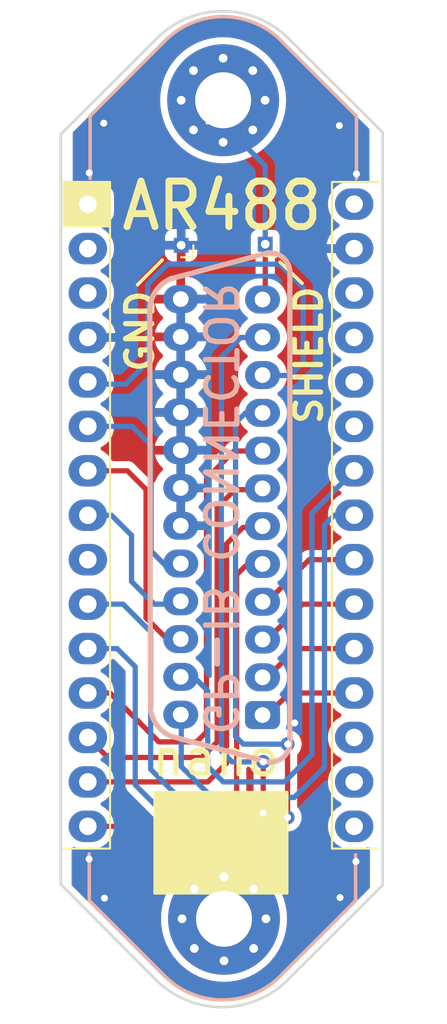
<source format=kicad_pcb>
(kicad_pcb (version 20211014) (generator pcbnew)
  (layers (0 "F.Cu" signal) (31 "B.Cu" signal) (34 "B.Paste" user) (35 "F.Paste" user) (36 "B.SilkS" user "B.Silkscreen") (37 "F.SilkS" user "F.Silkscreen") (38 "B.Mask" user) (39 "F.Mask" user) (44 "Edge.Cuts" user))
  (net 0 "")
  (net 4 "GND")
  (net 5 "GPIB 10 - SRQ")
  (net 6 "GPIB 17 - REN")
  (net 7 "GPIB 15 - DIO7")
  (net 8 "GPIB 16 - DIO8")
  (net 10 "GPIB 11 - ATN")
  (net 11 "GPIB 9 - IFC")
  (net 12 "GPIB 8 - NDAC")
  (net 13 "GPIB 7 - NRFD")
  (net 14 "GPIB 6 - DAV")
  (net 15 "GPIB 5 - EOI")
  (net 18 "Net-(J1-Pad12)")
  (net 20 "GPIB 1 - DIO1")
  (net 21 "GPIB 2 - DIO2")
  (net 22 "GPIB 3 - DIO3")
  (net 23 "GPIB 4 - DIO4")
  (net 24 "GPIB 13 - GIO5")
  (net 25 "GPIB 14 - DIO6")
  (footprint "footprint:PinHeader_1x01_P1.00mm_Vertical" (layer "F.Cu") (at 101.773739 87.248447 180)
    (fp_text reference "J2" hide)
    (fp_text value "GND")
    (fp_line (start -0.695 0) (end -0.695 -0.685) (layer "F.SilkS") (width 0.12))
    (fp_line (start -0.695 -0.685) (end 0 -0.685) (layer "F.SilkS") (width 0.12))
    (pad "1" thru_hole rect (at 0 0 180) (size 0.85 0.85) (drill 0.5) (layers *.Cu *.Mask) (net 4 "GND"))
  )
  (footprint "footprint:Arduino_Nano" (layer "F.Cu") (at 96.4333 84.899)
    (fp_text reference "A1" (at 7.62 -5.08) (layer "F.SilkS"))
    (fp_text value "Arduino_Nano_v3.x")
    (fp_line (start 13.97 -1.27) (end 13.97 36.83) (layer "F.SilkS") (width 0.12))
    (fp_line (start 13.97 -1.27) (end 16.64 -1.27) (layer "F.SilkS") (width 0.12))
    (fp_line (start 1.27 36.83) (end -1.4 36.83) (layer "F.SilkS") (width 0.12))
    (fp_line (start 1.27 -1.27) (end -1.4 -1.27) (layer "F.SilkS") (width 0.12))
    (fp_line (start 13.97 36.83) (end 16.64 36.83) (layer "F.SilkS") (width 0.12))
    (fp_line (start 1.27 1.27) (end 1.27 36.83) (layer "F.SilkS") (width 0.12))
    (fp_line (start 1.27 1.27) (end 1.27 -1.27) (layer "F.SilkS") (width 0.12))
    (fp_line (start 1.27 1.27) (end -1.4 1.27) (layer "F.SilkS") (width 0.12))
    (fp_rect (start 3.81 33.59) (end 11.42 39.4) (layer "F.SilkS") (width 0.12) (fill solid))
    (fp_rect (start -1.38 -1.16) (end 1.16 1.16) (layer "F.SilkS") (width 0.12) (fill solid))
    (pad "1" thru_hole roundrect (at 0 0) (size 2.2 1.6) (drill 1) (layers *.Cu "B.Mask"))
    (pad "2" thru_hole oval (at 0 2.54) (size 2.2 1.8) (drill 1) (layers *.Cu "B.Mask"))
    (pad "3" thru_hole oval (at 0 5.08) (size 2.2 1.8) (drill 1) (layers *.Cu "B.Mask"))
    (pad "4" thru_hole oval (at 0 7.62) (size 2.2 1.8) (drill 1) (layers *.Cu "B.Mask") (net 4 "GND"))
    (pad "5" thru_hole oval (at 0 10.16) (size 2.2 1.8) (drill 1) (layers *.Cu "B.Mask") (net 5 "GPIB 10 - SRQ"))
    (pad "6" thru_hole oval (at 0 12.7) (size 2.2 1.8) (drill 1) (layers *.Cu "B.Mask") (net 6 "GPIB 17 - REN"))
    (pad "7" thru_hole oval (at 0 15.24) (size 2.2 1.8) (drill 1) (layers *.Cu "B.Mask") (net 7 "GPIB 15 - DIO7"))
    (pad "8" thru_hole oval (at 0 17.78) (size 2.2 1.8) (drill 1) (layers *.Cu "B.Mask") (net 8 "GPIB 16 - DIO8"))
    (pad "9" thru_hole oval (at 0 20.32) (size 2.2 1.8) (drill 1) (layers *.Cu "B.Mask"))
    (pad "10" thru_hole oval (at 0 22.86) (size 2.2 1.8) (drill 1) (layers *.Cu "B.Mask") (net 10 "GPIB 11 - ATN"))
    (pad "11" thru_hole oval (at 0 25.4) (size 2.2 1.8) (drill 1) (layers *.Cu "B.Mask") (net 11 "GPIB 9 - IFC"))
    (pad "12" thru_hole oval (at 0 27.94) (size 2.2 1.8) (drill 1) (layers *.Cu "B.Mask") (net 12 "GPIB 8 - NDAC"))
    (pad "13" thru_hole oval (at 0 30.48) (size 2.2 1.8) (drill 1) (layers *.Cu "B.Mask") (net 13 "GPIB 7 - NRFD"))
    (pad "14" thru_hole oval (at 0 33.02) (size 2.2 1.8) (drill 1) (layers *.Cu "B.Mask") (net 14 "GPIB 6 - DAV"))
    (pad "15" thru_hole oval (at 0 35.56) (size 2.2 1.8) (drill 1) (layers *.Cu "B.Mask") (net 15 "GPIB 5 - EOI"))
    (pad "16" thru_hole oval (at 15.24 35.56) (size 2.2 1.8) (drill 1) (layers *.Cu "B.Mask"))
    (pad "17" thru_hole oval (at 15.24 33.02) (size 2.2 1.8) (drill 1) (layers *.Cu "B.Mask"))
    (pad "18" thru_hole oval (at 15.24 30.48) (size 2.2 1.8) (drill 1) (layers *.Cu "B.Mask"))
    (pad "19" thru_hole oval (at 15.24 27.94) (size 2.2 1.8) (drill 1) (layers *.Cu "B.Mask") (net 20 "GPIB 1 - DIO1"))
    (pad "20" thru_hole oval (at 15.24 25.4) (size 2.2 1.8) (drill 1) (layers *.Cu "B.Mask") (net 21 "GPIB 2 - DIO2"))
    (pad "21" thru_hole oval (at 15.24 22.86) (size 2.2 1.8) (drill 1) (layers *.Cu "B.Mask") (net 22 "GPIB 3 - DIO3"))
    (pad "22" thru_hole oval (at 15.24 20.32) (size 2.2 1.8) (drill 1) (layers *.Cu "B.Mask") (net 23 "GPIB 4 - DIO4"))
    (pad "23" thru_hole oval (at 15.24 17.78) (size 2.2 1.8) (drill 1) (layers *.Cu "B.Mask") (net 24 "GPIB 13 - GIO5"))
    (pad "24" thru_hole oval (at 15.24 15.24) (size 2.2 1.8) (drill 1) (layers *.Cu "B.Mask") (net 25 "GPIB 14 - DIO6"))
    (pad "25" thru_hole oval (at 15.24 12.7) (size 2.2 1.8) (drill 1) (layers *.Cu "B.Mask"))
    (pad "26" thru_hole oval (at 15.24 10.16) (size 2.2 1.8) (drill 1) (layers *.Cu "B.Mask"))
    (pad "27" thru_hole oval (at 15.24 7.62) (size 2.2 1.8) (drill 1) (layers *.Cu "B.Mask"))
    (pad "28" thru_hole oval (at 15.24 5.08) (size 2.2 1.8) (drill 1) (layers *.Cu "B.Mask"))
    (pad "29" thru_hole oval (at 15.24 2.54) (size 2.2 1.8) (drill 1) (layers *.Cu "B.Mask") (net 4 "GND"))
    (pad "30" thru_hole oval (at 15.24 0) (size 2.2 1.8) (drill 1) (layers *.Cu "B.Mask"))
  )
  (footprint "MountingHole:MountingHole_3.2mm_M3_Pad_Via" (layer "F.Cu") (at 104.1753 78.961)
    (fp_text reference "REF**" hide)
    (fp_text value "MountingHole_3.2mm_M3_Pad_Via")
    (pad "1" thru_hole circle locked (at 0 0) (size 6.4 6.4) (drill 3.2) (layers *.Cu *.Mask) (net 18 "Net-(J1-Pad12)"))
    (pad "1" thru_hole circle locked (at 0 2.4) (size 0.8 0.8) (drill 0.5) (layers *.Cu *.Mask))
    (pad "1" thru_hole circle locked (at -1.697056 -1.697056) (size 0.8 0.8) (drill 0.5) (layers *.Cu *.Mask))
    (pad "1" thru_hole circle locked (at 2.4 0) (size 0.8 0.8) (drill 0.5) (layers *.Cu *.Mask))
    (pad "1" thru_hole circle locked (at 1.697056 1.697056) (size 0.8 0.8) (drill 0.5) (layers *.Cu *.Mask))
    (pad "1" thru_hole circle locked (at 0 -2.4) (size 0.8 0.8) (drill 0.5) (layers *.Cu *.Mask))
    (pad "1" thru_hole circle locked (at 1.697056 -1.697056) (size 0.8 0.8) (drill 0.5) (layers *.Cu *.Mask))
    (pad "1" thru_hole circle locked (at -2.4 0) (size 0.8 0.8) (drill 0.5) (layers *.Cu *.Mask))
    (pad "1" thru_hole circle locked (at -1.697056 1.697056) (size 0.8 0.8) (drill 0.5) (layers *.Cu *.Mask))
  )
  (footprint "MountingHole:MountingHole_3.2mm_M3_Pad_Via" (layer "F.Cu") (at 104.2253 125.741)
    (fp_text reference "REF**" hide)
    (fp_text value "MountingHole_3.2mm_M3_Pad_Via")
    (pad "1" thru_hole circle locked (at -2.4 0) (size 0.8 0.8) (drill 0.5) (layers *.Cu *.Mask))
    (pad "1" thru_hole circle locked (at -1.697056 1.697056) (size 0.8 0.8) (drill 0.5) (layers *.Cu *.Mask))
    (pad "1" thru_hole circle locked (at -1.697056 -1.697056) (size 0.8 0.8) (drill 0.5) (layers *.Cu *.Mask))
    (pad "1" thru_hole circle locked (at 2.4 0) (size 0.8 0.8) (drill 0.5) (layers *.Cu *.Mask))
    (pad "1" thru_hole circle locked (at 1.697056 -1.697056) (size 0.8 0.8) (drill 0.5) (layers *.Cu *.Mask))
    (pad "1" thru_hole circle locked (at 0 -2.4) (size 0.8 0.8) (drill 0.5) (layers *.Cu *.Mask))
    (pad "1" thru_hole circle locked (at 1.697056 1.697056) (size 0.8 0.8) (drill 0.5) (layers *.Cu *.Mask))
    (pad "1" thru_hole circle locked (at 0 2.4) (size 0.8 0.8) (drill 0.5) (layers *.Cu *.Mask))
    (pad "1" thru_hole circle locked (at 0 0) (size 6.4 6.4) (drill 3.2) (layers *.Cu *.Mask))
  )
  (footprint "footprint:Centronics24p" (layer "F.Cu") (at 103.7 102.2 90)
    (fp_text reference "J1" hide)
    (fp_text value "Conn_02x12_Top_Bottom")
    (fp_text user "GP-IB CONNECTOR" (at -0.11 0.28 270 unlocked) (layer "B.SilkS") (effects (font (size 1.8 1.8) (thickness 0.3)) (justify mirror)))
    (fp_line (start -13.548933 4.300419) (end 13.480269 4.29314) (layer "B.SilkS") (width 0.3))
    (fp_line (start -13.121067 -2.480418) (end -14.578933 3.040419) (layer "B.SilkS") (width 0.3))
    (fp_line (start 11.111067 -3.719581) (end -11.238034 -3.687775) (layer "B.SilkS") (width 0.3))
    (fp_line (start 13.043113 -2.500398) (end 14.510269 3.03314) (layer "B.SilkS") (width 0.3))
    (fp_arc (start -13.548933 4.300419) (mid -14.329731 3.887698) (end -14.578933 3.040419) (layer "B.SilkS") (width 0.3))
    (fp_arc (start -13.121067 -2.480418) (mid -12.369021 -3.379601) (end -11.238034 -3.687775) (layer "B.SilkS") (width 0.3))
    (fp_arc (start 14.510269 3.03314) (mid 14.261067 3.880419) (end 13.480269 4.29314) (layer "B.SilkS") (width 0.3))
    (fp_arc (start 11.131067 -3.719581) (mid 12.278889 -3.410789) (end 13.043113 -2.500398) (layer "B.SilkS") (width 0.3))
    (pad "1" thru_hole roundrect (at -11.899 2.73 90) (size 1.6 2) (drill 0.9) (layers *.Cu "F.Mask") (net 20 "GPIB 1 - DIO1"))
    (pad "2" thru_hole oval (at -9.74 2.73 90) (size 1.6 2) (drill 0.9) (layers *.Cu "F.Mask") (net 21 "GPIB 2 - DIO2"))
    (pad "3" thru_hole oval (at -7.581 2.73 90) (size 1.6 2) (drill 0.9) (layers *.Cu "F.Mask") (net 22 "GPIB 3 - DIO3"))
    (pad "4" thru_hole oval (at -5.422 2.73 90) (size 1.6 2) (drill 0.9) (layers *.Cu "F.Mask") (net 23 "GPIB 4 - DIO4"))
    (pad "5" thru_hole oval (at -3.263 2.73 90) (size 1.6 2) (drill 0.9) (layers *.Cu "F.Mask") (net 15 "GPIB 5 - EOI"))
    (pad "6" thru_hole oval (at -1.104 2.73 90) (size 1.6 2) (drill 0.9) (layers *.Cu "F.Mask") (net 14 "GPIB 6 - DAV"))
    (pad "7" thru_hole oval (at 1.055 2.73 90) (size 1.6 2) (drill 0.9) (layers *.Cu "F.Mask") (net 13 "GPIB 7 - NRFD"))
    (pad "8" thru_hole oval (at 3.214 2.73 90) (size 1.6 2) (drill 0.9) (layers *.Cu "F.Mask") (net 12 "GPIB 8 - NDAC"))
    (pad "9" thru_hole oval (at 5.373 2.73 90) (size 1.6 2) (drill 0.9) (layers *.Cu "F.Mask") (net 11 "GPIB 9 - IFC"))
    (pad "10" thru_hole oval (at 7.532 2.73 90) (size 1.6 2) (drill 0.9) (layers *.Cu "F.Mask") (net 5 "GPIB 10 - SRQ"))
    (pad "11" thru_hole oval (at 9.691 2.73 90) (size 1.6 2) (drill 0.9) (layers *.Cu "F.Mask") (net 10 "GPIB 11 - ATN"))
    (pad "12" thru_hole oval (at 11.85 2.73 90) (size 1.6 2) (drill 0.9) (layers *.Cu "F.Mask") (net 18 "Net-(J1-Pad12)"))
    (pad "13" thru_hole oval (at -11.8745 -1.95 90) (size 1.6 2) (drill 0.9) (layers *.Cu "F.Mask") (net 24 "GPIB 13 - GIO5"))
    (pad "14" thru_hole oval (at -9.7155 -1.95 90) (size 1.6 2) (drill 0.9) (layers *.Cu "F.Mask") (net 25 "GPIB 14 - DIO6"))
    (pad "15" thru_hole oval (at -7.5565 -1.95 90) (size 1.6 2) (drill 0.9) (layers *.Cu "F.Mask") (net 7 "GPIB 15 - DIO7"))
    (pad "16" thru_hole oval (at -5.3975 -1.95 90) (size 1.6 2) (drill 0.9) (layers *.Cu "F.Mask") (net 8 "GPIB 16 - DIO8"))
    (pad "17" thru_hole oval (at -3.2385 -1.95 90) (size 1.6 2) (drill 0.9) (layers *.Cu "F.Mask") (net 6 "GPIB 17 - REN"))
    (pad "18" thru_hole oval (at -1.0795 -1.95 90) (size 1.6 2) (drill 0.9) (layers *.Cu "F.Mask") (net 4 "GND"))
    (pad "19" thru_hole oval (at 1.0795 -1.95 90) (size 1.6 2) (drill 0.9) (layers *.Cu "F.Mask") (net 4 "GND"))
    (pad "20" thru_hole oval (at 3.2385 -1.95 90) (size 1.6 2) (drill 0.9) (layers *.Cu "F.Mask") (net 4 "GND"))
    (pad "21" thru_hole oval (at 5.3975 -1.95 90) (size 1.6 2) (drill 0.9) (layers *.Cu "F.Mask") (net 4 "GND"))
    (pad "22" thru_hole oval (at 7.5565 -1.95 90) (size 1.6 2) (drill 0.9) (layers *.Cu "F.Mask") (net 4 "GND"))
    (pad "23" thru_hole oval (at 9.7155 -1.95 90) (size 1.6 2) (drill 0.9) (layers *.Cu "F.Mask") (net 4 "GND"))
    (pad "24" thru_hole oval (at 11.8745 -1.95 90) (size 1.6 2) (drill 0.9) (layers *.Cu "F.Mask") (net 4 "GND"))
  )
  (footprint "footprint:PinHeader_1x01_P1.00mm_Vertical" (layer "F.Cu") (at 106.583739 87.188447 180)
    (fp_text reference "J3" hide)
    (fp_text value "SHIELD")
    (fp_line (start -0.695 -0.685) (end 0 -0.685) (layer "F.SilkS") (width 0.12))
    (fp_line (start -0.695 0) (end -0.695 -0.685) (layer "F.SilkS") (width 0.12))
    (pad "1" thru_hole rect (at 0 0 180) (size 0.85 0.85) (drill 0.5) (layers *.Cu *.Mask) (net 18 "Net-(J1-Pad12)"))
  )
  (gr_line (start 96.5653 83.421) (end 96.5653 79.8767) (layer "B.SilkS") (width 0.2))
  (gr_arc (start 107.3353 129.1297) (mid 104.132749 130.378877) (end 100.9353 129.1167) (layer "B.SilkS") (width 0.2))
  (gr_line (start 111.8053 79.8897) (end 111.8053 83.434) (layer "B.SilkS") (width 0.2))
  (gr_arc (start 100.9853 75.431) (mid 104.187851 74.181823) (end 107.3853 75.444) (layer "B.SilkS") (width 0.2))
  (gr_line (start 96.5653 79.851) (end 100.9853 75.431) (layer "B.SilkS") (width 0.2))
  (gr_line (start 111.750431 122.077251) (end 111.7553 124.684) (layer "B.SilkS") (width 0.2))
  (gr_line (start 111.7553 124.7097) (end 107.3353 129.1297) (layer "B.SilkS") (width 0.2))
  (gr_line (start 107.3853 75.444) (end 111.8053 79.864) (layer "B.SilkS") (width 0.2))
  (gr_line (start 96.5153 124.671) (end 96.511072 122.036891) (layer "B.SilkS") (width 0.2))
  (gr_line (start 100.9353 129.1167) (end 96.5153 124.6967) (layer "B.SilkS") (width 0.2))
  (gr_line (start 100.693739 88.088447) (end 99.273739 89.508447) (layer "F.SilkS") (width 0.2))
  (gr_line (start 99.273739 89.508447) (end 100.693739 88.088447) (layer "F.SilkS") (width 0.15))
  (gr_line (start 107.433739 88.208447) (end 108.693739 89.418447) (layer "F.SilkS") (width 0.2))
  (gr_line (start 94.8853 123.769549) (end 94.8853 80.911) (layer "Edge.Cuts") (width 0.15))
  (gr_line (start 100.501152 75.311) (end 94.8853 80.911) (layer "Edge.Cuts") (width 0.15))
  (gr_line (start 107.752374 129.352941) (end 113.305103 123.813918) (layer "Edge.Cuts") (width 0.15))
  (gr_line (start 100.458226 129.352941) (end 94.8853 123.769549) (layer "Edge.Cuts") (width 0.15))
  (gr_line (start 113.305103 123.813918) (end 113.3053 80.801) (layer "Edge.Cuts") (width 0.15))
  (gr_arc (start 100.501152 75.311) (mid 104.148226 73.872941) (end 107.7953 75.311) (layer "Edge.Cuts") (width 0.15))
  (gr_line (start 107.7953 75.311) (end 113.3053 80.801) (layer "Edge.Cuts") (width 0.15))
  (gr_arc (start 107.752374 129.352941) (mid 104.1053 130.791) (end 100.458226 129.352941) (layer "Edge.Cuts") (width 0.15))
  (gr_text "nano" (at 103.7553 116.546) (layer "F.SilkS") (effects (font (size 2 2) (thickness 0.3))))
  (gr_text "AR488" (at 104.103739 84.998447) (layer "F.SilkS") (effects (font (size 2.6 2.4) (thickness 0.4))))
  (gr_text "SHIELD" (at 109.073739 93.528447 90) (layer "F.SilkS") (effects (font (size 1.5 1.5) (thickness 0.3))))
  (gr_text "GND" (at 99.413739 92.158447 90) (layer "F.SilkS") (effects (font (size 1.5 1.5) (thickness 0.3))))
  (segment (start 101.78 103.1997) (end 101.7673 103.187) (width 0.3) (layer "F.Cu") (net 4))
  (segment (start 101.78 87.194708) (end 101.753739 87.168447) (width 0.3) (layer "F.Cu") (net 4))
  (segment (start 101.7673 92.519) (end 101.78 92.5317) (width 0.3) (layer "F.Cu") (net 4))
  (segment (start 101.78 92.5317) (end 101.78 103.1997) (width 0.3) (layer "F.Cu") (net 4))
  (via (at 108.27 114.55) (size 0.8) (drill 0.4) (layers "F.Cu" "B.Cu") (net 4))
  (via (at 97.3453 80.271) (size 0.8) (drill 0.4) (layers "F.Cu" "B.Cu") (net 4))
  (via (at 96.5053 122.331) (size 0.8) (drill 0.4) (layers "F.Cu" "B.Cu") (net 4))
  (via (at 111.8053 83.171) (size 0.8) (drill 0.4) (layers "F.Cu" "B.Cu") (net 4))
  (via (at 111.7753 122.471) (size 0.8) (drill 0.4) (layers "F.Cu" "B.Cu") (net 4))
  (via (at 110.8253 80.411) (size 0.8) (drill 0.4) (layers "F.Cu" "B.Cu") (net 4))
  (via (at 96.5153 83.111) (size 0.8) (drill 0.4) (layers "F.Cu" "B.Cu") (net 4))
  (via (at 97.3853 124.561) (size 0.8) (drill 0.4) (layers "F.Cu" "B.Cu") (net 4))
  (via (at 110.8653 124.531) (size 0.8) (drill 0.4) (layers "F.Cu" "B.Cu") (net 4))
  (segment (start 101.78 103.4283) (end 101.7673 103.441) (width 0.3) (layer "B.Cu") (net 4))
  (segment (start 101.78 92.5317) (end 101.78 103.4283) (width 0.3) (layer "B.Cu") (net 4))
  (segment (start 99.8623 89.471) (end 99.8623 93.916) (width 0.3) (layer "B.Cu") (net 5))
  (segment (start 107.4173 88.328) (end 101.0053 88.328) (width 0.3) (layer "B.Cu") (net 5))
  (segment (start 107.9906 94.6907) (end 108.7553 93.926) (width 0.3) (layer "B.Cu") (net 5))
  (segment (start 101.0053 88.328) (end 99.8623 89.471) (width 0.3) (layer "B.Cu") (net 5))
  (segment (start 99.8623 93.916) (end 98.5923 95.186) (width 0.3) (layer "B.Cu") (net 5))
  (segment (start 106.5806 94.6907) (end 107.9906 94.6907) (width 0.3) (layer "B.Cu") (net 5))
  (segment (start 108.7553 93.926) (end 108.7553 89.666) (width 0.3) (layer "B.Cu") (net 5))
  (segment (start 108.7553 89.666) (end 107.4173 88.328) (width 0.3) (layer "B.Cu") (net 5))
  (segment (start 98.5923 95.186) (end 96.4333 95.186) (width 0.3) (layer "B.Cu") (net 5))
  (segment (start 100.9293 105.6) (end 101.7673 105.6) (width 0.3) (layer "B.Cu") (net 6))
  (segment (start 98.9733 97.599) (end 100.0553 98.681) (width 0.3) (layer "B.Cu") (net 6))
  (segment (start 100.0553 104.726) (end 100.9293 105.6) (width 0.3) (layer "B.Cu") (net 6))
  (segment (start 100.0553 98.681) (end 100.0553 104.726) (width 0.3) (layer "B.Cu") (net 6))
  (segment (start 96.4333 97.599) (end 98.9733 97.599) (width 0.3) (layer "B.Cu") (net 6))
  (segment (start 98.6983 100.139) (end 99.7653 101.206) (width 0.3) (layer "F.Cu") (net 7))
  (segment (start 96.4333 100.139) (end 98.6983 100.139) (width 0.3) (layer "F.Cu") (net 7))
  (segment (start 99.7653 108.551) (end 101.0053 109.791) (width 0.3) (layer "F.Cu") (net 7))
  (segment (start 101.0053 109.791) (end 101.7673 109.791) (width 0.3) (layer "F.Cu") (net 7))
  (segment (start 99.7653 101.206) (end 99.7653 108.551) (width 0.3) (layer "F.Cu") (net 7))
  (segment (start 100.2283 107.759) (end 101.6403 107.759) (width 0.3) (layer "B.Cu") (net 8))
  (segment (start 98.9353 106.466) (end 100.2283 107.759) (width 0.3) (layer "B.Cu") (net 8))
  (segment (start 98.9353 103.826) (end 98.9353 106.466) (width 0.3) (layer "B.Cu") (net 8))
  (segment (start 96.4333 102.679) (end 97.7883 102.679) (width 0.3) (layer "B.Cu") (net 8))
  (segment (start 97.7883 102.679) (end 98.9353 103.826) (width 0.3) (layer "B.Cu") (net 8))
  (segment (start 106.4663 119.697) (end 106.4663 116.776) (width 0.3) (layer "F.Cu") (net 10))
  (via (at 106.4663 119.697) (size 0.8) (drill 0.4) (layers "F.Cu" "B.Cu") (net 10))
  (via (at 106.4663 116.776) (size 0.8) (drill 0.4) (layers "F.Cu" "B.Cu") (net 10))
  (segment (start 104.073739 93.641561) (end 105.1963 92.519) (width 0.3) (layer "B.Cu") (net 10))
  (segment (start 98.4483 107.759) (end 96.4333 107.759) (width 0.3) (layer "B.Cu") (net 10))
  (segment (start 100.03 109.3407) (end 98.4483 107.759) (width 0.3) (layer "B.Cu") (net 10))
  (segment (start 106.4663 116.776) (end 104.6883 116.776) (width 0.3) (layer "B.Cu") (net 10))
  (segment (start 100.03 117.2007) (end 100.03 109.3407) (width 0.3) (layer "B.Cu") (net 10))
  (segment (start 104.073739 116.161439) (end 104.073739 93.641561) (width 0.3) (layer "B.Cu") (net 10))
  (segment (start 105.1963 92.519) (end 106.4663 92.519) (width 0.3) (layer "B.Cu") (net 10))
  (segment (start 104.6883 116.776) (end 104.073739 116.161439) (width 0.3) (layer "B.Cu") (net 10))
  (segment (start 106.4663 119.697) (end 102.5263 119.697) (width 0.3) (layer "B.Cu") (net 10))
  (segment (start 102.5263 119.697) (end 100.03 117.2007) (width 0.3) (layer "B.Cu") (net 10))
  (segment (start 107.8633 119.951) (end 107.8633 115.76) (width 0.3) (layer "F.Cu") (net 11))
  (via (at 107.8633 119.951) (size 0.8) (drill 0.4) (layers "F.Cu" "B.Cu") (net 11))
  (via (at 107.8633 115.76) (size 0.8) (drill 0.4) (layers "F.Cu" "B.Cu") (net 11))
  (segment (start 104.8853 115.322) (end 104.8853 97.402) (width 0.3) (layer "B.Cu") (net 11))
  (segment (start 99.1453 111.336) (end 98.1083 110.299) (width 0.3) (layer "B.Cu") (net 11))
  (segment (start 107.2283 120.586) (end 101.6403 120.586) (width 0.3) (layer "B.Cu") (net 11))
  (segment (start 105.4503 96.837) (end 106.4663 96.837) (width 0.3) (layer "B.Cu") (net 11))
  (segment (start 107.8633 115.76) (end 105.3233 115.76) (width 0.3) (layer "B.Cu") (net 11))
  (segment (start 104.8853 97.402) (end 105.4503 96.837) (width 0.3) (layer "B.Cu") (net 11))
  (segment (start 98.1083 110.299) (end 96.4333 110.299) (width 0.3) (layer "B.Cu") (net 11))
  (segment (start 107.8633 119.951) (end 107.2283 120.586) (width 0.3) (layer "B.Cu") (net 11))
  (segment (start 99.1453 118.091) (end 99.1453 111.336) (width 0.3) (layer "B.Cu") (net 11))
  (segment (start 105.3233 115.76) (end 104.8853 115.322) (width 0.3) (layer "B.Cu") (net 11))
  (segment (start 101.6403 120.586) (end 99.1453 118.091) (width 0.3) (layer "B.Cu") (net 11))
  (segment (start 100.4973 115.633) (end 102.6563 115.633) (width 0.3) (layer "F.Cu") (net 12))
  (segment (start 96.4333 112.839) (end 97.7033 112.839) (width 0.3) (layer "F.Cu") (net 12))
  (segment (start 97.7033 112.839) (end 100.4973 115.633) (width 0.3) (layer "F.Cu") (net 12))
  (segment (start 106.4536 99.0087) (end 106.4663 98.996) (width 0.3) (layer "F.Cu") (net 12))
  (segment (start 104.8026 99.0087) (end 106.4536 99.0087) (width 0.3) (layer "F.Cu") (net 12))
  (segment (start 102.6563 115.633) (end 103.22 115.0693) (width 0.3) (layer "F.Cu") (net 12))
  (segment (start 103.22 100.5913) (end 104.8026 99.0087) (width 0.3) (layer "F.Cu") (net 12))
  (segment (start 103.22 115.0693) (end 103.22 100.5913) (width 0.3) (layer "F.Cu") (net 12))
  (segment (start 96.4333 115.379) (end 97.5763 116.522) (width 0.3) (layer "F.Cu") (net 13))
  (segment (start 106.5298 101.2185) (end 106.5933 101.282) (width 0.3) (layer "F.Cu") (net 13))
  (segment (start 104.8528 101.2185) (end 106.5806 101.2185) (width 0.3) (layer "F.Cu") (net 13))
  (segment (start 103.83 102.2413) (end 104.8528 101.2185) (width 0.3) (layer "F.Cu") (net 13))
  (segment (start 102.949322 116.522) (end 103.8753 115.596022) (width 0.3) (layer "F.Cu") (net 13))
  (segment (start 103.83 115.554056) (end 103.83 102.2413) (width 0.3) (layer "F.Cu") (net 13))
  (segment (start 97.5763 116.522) (end 102.949322 116.522) (width 0.3) (layer "F.Cu") (net 13))
  (segment (start 103.871966 115.596022) (end 103.83 115.554056) (width 0.3) (layer "F.Cu") (net 13))
  (segment (start 105.3038 103.3775) (end 104.37 104.3113) (width 0.3) (layer "F.Cu") (net 14))
  (segment (start 103.302311 117.919) (end 96.4333 117.919) (width 0.3) (layer "F.Cu") (net 14))
  (segment (start 104.37 104.3113) (end 104.37 116.851311) (width 0.3) (layer "F.Cu") (net 14))
  (segment (start 104.37 116.851311) (end 103.302311 117.919) (width 0.3) (layer "F.Cu") (net 14))
  (segment (start 106.5806 103.3775) (end 105.3038 103.3775) (width 0.3) (layer "F.Cu") (net 14))
  (segment (start 104.95 106.08) (end 105.43 105.6) (width 0.3) (layer "F.Cu") (net 15))
  (segment (start 104.95 118.4513) (end 104.95 106.08) (width 0.3) (layer "F.Cu") (net 15))
  (segment (start 96.4333 120.459) (end 102.9423 120.459) (width 0.3) (layer "F.Cu") (net 15))
  (segment (start 105.43 105.6) (end 106.5933 105.6) (width 0.3) (layer "F.Cu") (net 15))
  (segment (start 102.9423 120.459) (end 104.95 118.4513) (width 0.3) (layer "F.Cu") (net 15))
  (segment (start 106.583739 87.168447) (end 106.583739 90.369561) (width 0.3) (layer "F.Cu") (net 18))
  (segment (start 106.583739 90.369561) (end 106.5806 90.3727) (width 0.3) (layer "F.Cu") (net 18))
  (segment (start 106.583739 82.709469) (end 104.1753 80.30103) (width 0.3) (layer "B.Cu") (net 18))
  (segment (start 106.583739 87.188447) (end 106.583739 82.709469) (width 0.3) (layer "B.Cu") (net 18))
  (segment (start 106.5806 114.2233) (end 107.9649 112.839) (width 0.3) (layer "F.Cu") (net 20))
  (segment (start 107.9649 112.839) (end 111.6733 112.839) (width 0.3) (layer "F.Cu") (net 20))
  (segment (start 106.5806 112.0643) (end 108.3459 110.299) (width 0.3) (layer "F.Cu") (net 21))
  (segment (start 108.3459 110.299) (end 111.6733 110.299) (width 0.3) (layer "F.Cu") (net 21))
  (segment (start 106.5806 109.9053) (end 108.7269 107.759) (width 0.3) (layer "F.Cu") (net 22))
  (segment (start 108.7269 107.759) (end 111.6733 107.759) (width 0.3) (layer "F.Cu") (net 22))
  (segment (start 109.1023 105.219) (end 111.6733 105.219) (width 0.3) (layer "F.Cu") (net 23))
  (segment (start 106.5806 107.7407) (end 109.1023 105.219) (width 0.3) (layer "F.Cu") (net 23))
  (segment (start 106.5806 107.7463) (end 106.5806 107.7407) (width 0.3) (layer "F.Cu") (net 23))
  (segment (start 101.78 117.0427) (end 103.5453 118.808) (width 0.3) (layer "B.Cu") (net 24))
  (segment (start 110.5303 102.679) (end 111.6733 102.679) (width 0.3) (layer "B.Cu") (net 24))
  (segment (start 108.2443 118.808) (end 109.973739 117.078561) (width 0.3) (layer "B.Cu") (net 24))
  (segment (start 103.5453 118.808) (end 108.2443 118.808) (width 0.3) (layer "B.Cu") (net 24))
  (segment (start 109.973739 117.078561) (end 109.973739 103.235561) (width 0.3) (layer "B.Cu") (net 24))
  (segment (start 101.78 114.2233) (end 101.78 117.0427) (width 0.3) (layer "B.Cu") (net 24))
  (segment (start 109.973739 103.235561) (end 110.5303 102.679) (width 0.3) (layer "B.Cu") (net 24))
  (segment (start 102.6436 112.0643) (end 103.293739 112.714439) (width 0.3) (layer "B.Cu") (net 25))
  (segment (start 103.293739 112.714439) (end 103.293739 117.032439) (width 0.3) (layer "B.Cu") (net 25))
  (segment (start 104.1803 117.919) (end 107.693186 117.919) (width 0.3) (layer "B.Cu") (net 25))
  (segment (start 109.2553 102.557) (end 111.6733 100.139) (width 0.3) (layer "B.Cu") (net 25))
  (segment (start 103.293739 117.032439) (end 104.1803 117.919) (width 0.3) (layer "B.Cu") (net 25))
  (segment (start 107.693186 117.919) (end 109.2553 116.356886) (width 0.3) (layer "B.Cu") (net 25))
  (segment (start 101.78 112.0643) (end 102.6436 112.0643) (width 0.3) (layer "B.Cu") (net 25))
  (segment (start 109.2553 116.356886) (end 109.2553 102.557) (width 0.3) (layer "B.Cu") (net 25))
  (zone (net 4) (net_name "GND") (layers F&B.Cu) (connect_pads (clearance 0.4)) (min_thickness 0.25) (fill yes (thermal_gap 0.5) (thermal_bridge_width 0.5))
    (polygon (pts (xy 112.5783 131.767318) (xy 95.493689 131.768105) (xy 95.581587 73.359173) (xy 112.539198 73.231386)))
  )
)
</source>
